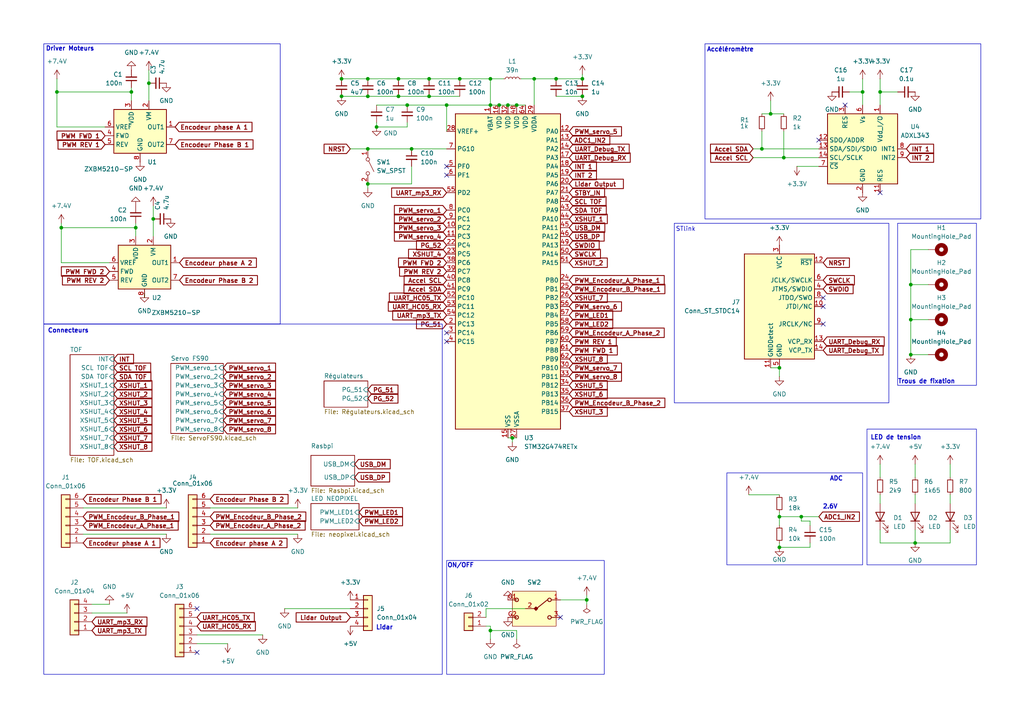
<source format=kicad_sch>
(kicad_sch (version 20250114) (generator "eeschema") (generator_version "9.0")
  (paper "A4")
  (rectangle (start 251.46 124.46) (end 283.21 163.83))
  (rectangle (start 12.7 93.98) (end 128.27 195.58))
  (rectangle (start 129.54 162.56) (end 175.26 195.58))
  (rectangle (start 195.58 64.77) (end 257.81 116.84))
  (rectangle (start 260.35 64.77) (end 283.21 111.76))
  (rectangle (start 210.82 137.16) (end 250.19 163.83))
  (rectangle (start 204.47 12.7) (end 284.48 63.5))
  (rectangle (start 12.7 12.7) (end 81.28 93.98))
  (text "Driver Moteurs" (at 20.32 14.224 0) (effects (font (size 1.27 1.27) (thickness 0.254) (bold yes))))
  (text "Connecteurs" (at 19.812 96.012 0) (effects (font (size 1.27 1.27) (thickness 0.254) (bold yes))))
  (text "Lidar" (at 111.506 182.118 0) (effects (font (size 1.27 1.27) (thickness 0.254) (bold yes))))
  (text "ADC" (at 242.57 138.938 0) (effects (font (size 1.27 1.27) (thickness 0.254) (bold yes))))
  (text "Trous de fixation" (at 268.732 110.744 0) (effects (font (size 1.27 1.27) (thickness 0.254) (bold yes))))
  (text "Accéléromètre\n" (at 211.836 14.478 0) (effects (font (size 1.27 1.27) (thickness 0.254) (bold yes))))
  (text "ON/OFF" (at 133.604 164.084 0) (effects (font (size 1.27 1.27) (thickness 0.254) (bold yes))))
  (text "STlink" (at 198.882 66.548 0) (effects (font (size 1.27 1.27))))
  (text "LED de tension" (at 259.842 127 0) (effects (font (size 1.27 1.27) (thickness 0.254) (bold yes))))
  (text "2.6V" (at 240.792 147.066 0) (effects (font (size 1.27 1.27) (thickness 0.254) (bold yes))))
  (junction (at 250.19 26.67))
  (junction (at 106.68 22.86))
  (junction (at 148.59 127))
  (junction (at 220.98 43.18))
  (junction (at 142.24 182.88))
  (junction (at 227.33 45.72))
  (junction (at 115.57 27.94))
  (junction (at 170.18 173.99))
  (junction (at 161.29 22.86))
  (junction (at 142.24 22.86))
  (junction (at 255.27 26.67))
  (junction (at 147.32 30.48))
  (junction (at 115.57 22.86))
  (junction (at 106.68 53.34))
  (junction (at 16.51 26.67))
  (junction (at 17.78 66.04))
  (junction (at 99.06 27.94))
  (junction (at 124.46 22.86))
  (junction (at 226.06 149.86))
  (junction (at 39.37 66.04))
  (junction (at 133.35 22.86))
  (junction (at 129.54 30.48))
  (junction (at 264.16 92.71))
  (junction (at 168.91 22.86))
  (junction (at 264.16 102.87))
  (junction (at 99.06 22.86))
  (junction (at 124.46 27.94))
  (junction (at 142.24 30.48))
  (junction (at 119.38 43.18))
  (junction (at 265.43 157.48))
  (junction (at 168.91 27.94))
  (junction (at 264.16 82.55))
  (junction (at 44.45 63.5))
  (junction (at 149.86 30.48))
  (junction (at 154.94 22.86))
  (junction (at 223.52 33.02))
  (junction (at 232.41 149.86))
  (junction (at 144.78 30.48))
  (junction (at 226.06 158.75))
  (junction (at 226.06 106.68))
  (junction (at 118.11 30.48))
  (junction (at 106.68 27.94))
  (junction (at 109.22 36.83))
  (junction (at 43.18 24.13))
  (junction (at 38.1 26.67))
  (junction (at 106.68 43.18))
  (no_connect (at 129.54 48.26))
  (no_connect (at 255.27 55.88))
  (no_connect (at 245.11 30.48))
  (no_connect (at 129.54 96.52))
  (no_connect (at 238.76 86.36))
  (no_connect (at 129.54 50.8))
  (no_connect (at 238.76 93.98))
  (no_connect (at 238.76 88.9))
  (no_connect (at 57.15 176.53))
  (no_connect (at 57.15 189.23))
  (no_connect (at 237.49 40.64))
  (no_connect (at 162.56 179.07))
  (no_connect (at 129.54 99.06))
  (wire (pts (xy 38.1 29.21) (xy 38.1 26.67)))
  (wire (pts (xy 109.22 30.48) (xy 118.11 30.48)))
  (wire (pts (xy 99.06 22.86) (xy 106.68 22.86)))
  (wire (pts (xy 60.96 147.32) (xy 86.36 147.32)))
  (wire (pts (xy 154.94 22.86) (xy 161.29 22.86)))
  (wire (pts (xy 264.16 82.55) (xy 269.24 82.55)))
  (wire (pts (xy 106.68 27.94) (xy 115.57 27.94)))
  (wire (pts (xy 223.52 33.02) (xy 220.98 33.02)))
  (wire (pts (xy 140.97 181.61) (xy 142.24 181.61)))
  (wire (pts (xy 43.18 20.32) (xy 43.18 24.13)))
  (wire (pts (xy 255.27 26.67) (xy 255.27 30.48)))
  (wire (pts (xy 275.59 157.48) (xy 265.43 157.48)))
  (wire (pts (xy 115.57 22.86) (xy 124.46 22.86)))
  (wire (pts (xy 16.51 26.67) (xy 16.51 36.83)))
  (wire (pts (xy 119.38 43.18) (xy 129.54 43.18)))
  (wire (pts (xy 99.06 27.94) (xy 106.68 27.94)))
  (wire (pts (xy 161.29 22.86) (xy 168.91 22.86)))
  (wire (pts (xy 38.1 26.67) (xy 38.1 25.4)))
  (wire (pts (xy 144.78 30.48) (xy 147.32 30.48)))
  (wire (pts (xy 140.97 179.07) (xy 140.97 176.53)))
  (wire (pts (xy 57.15 186.69) (xy 66.04 186.69)))
  (wire (pts (xy 162.56 173.99) (xy 170.18 173.99)))
  (wire (pts (xy 146.05 22.86) (xy 142.24 22.86)))
  (wire (pts (xy 148.59 127) (xy 149.86 127)))
  (wire (pts (xy 220.98 38.1) (xy 220.98 43.18)))
  (wire (pts (xy 220.98 43.18) (xy 237.49 43.18)))
  (wire (pts (xy 142.24 30.48) (xy 144.78 30.48)))
  (wire (pts (xy 17.78 66.04) (xy 17.78 76.2)))
  (wire (pts (xy 226.06 149.86) (xy 226.06 152.4)))
  (wire (pts (xy 154.94 22.86) (xy 154.94 30.48)))
  (wire (pts (xy 109.22 36.83) (xy 109.22 35.56)))
  (wire (pts (xy 124.46 22.86) (xy 133.35 22.86)))
  (wire (pts (xy 226.06 106.68) (xy 226.06 109.22)))
  (wire (pts (xy 140.97 176.53) (xy 152.4 176.53)))
  (wire (pts (xy 148.59 127) (xy 148.59 128.27)))
  (wire (pts (xy 231.14 48.26) (xy 237.49 48.26)))
  (wire (pts (xy 16.51 22.86) (xy 16.51 26.67)))
  (wire (pts (xy 223.52 106.68) (xy 226.06 106.68)))
  (wire (pts (xy 149.86 182.88) (xy 142.24 182.88)))
  (wire (pts (xy 275.59 143.51) (xy 275.59 146.05)))
  (wire (pts (xy 226.06 148.59) (xy 226.06 149.86)))
  (wire (pts (xy 124.46 27.94) (xy 133.35 27.94)))
  (wire (pts (xy 129.54 38.1) (xy 129.54 30.48)))
  (wire (pts (xy 223.52 29.21) (xy 223.52 33.02)))
  (wire (pts (xy 168.91 21.59) (xy 168.91 22.86)))
  (wire (pts (xy 60.96 154.94) (xy 86.36 154.94)))
  (wire (pts (xy 149.86 30.48) (xy 152.4 30.48)))
  (wire (pts (xy 133.35 22.86) (xy 142.24 22.86)))
  (wire (pts (xy 129.54 30.48) (xy 142.24 30.48)))
  (wire (pts (xy 82.55 176.53) (xy 101.6 176.53)))
  (wire (pts (xy 170.18 173.99) (xy 170.18 172.72)))
  (wire (pts (xy 255.27 157.48) (xy 265.43 157.48)))
  (wire (pts (xy 26.67 177.8) (xy 36.83 177.8)))
  (wire (pts (xy 250.19 22.86) (xy 250.19 26.67)))
  (wire (pts (xy 264.16 92.71) (xy 264.16 102.87)))
  (wire (pts (xy 246.38 26.67) (xy 250.19 26.67)))
  (wire (pts (xy 24.13 154.94) (xy 48.26 154.94)))
  (wire (pts (xy 147.32 30.48) (xy 149.86 30.48)))
  (wire (pts (xy 39.37 66.04) (xy 39.37 64.77)))
  (wire (pts (xy 119.38 53.34) (xy 106.68 53.34)))
  (wire (pts (xy 106.68 22.86) (xy 115.57 22.86)))
  (wire (pts (xy 250.19 26.67) (xy 250.19 30.48)))
  (wire (pts (xy 264.16 102.87) (xy 269.24 102.87)))
  (wire (pts (xy 161.29 27.94) (xy 168.91 27.94)))
  (wire (pts (xy 142.24 22.86) (xy 142.24 30.48)))
  (wire (pts (xy 17.78 76.2) (xy 31.75 76.2)))
  (wire (pts (xy 255.27 22.86) (xy 255.27 26.67)))
  (wire (pts (xy 106.68 43.18) (xy 119.38 43.18)))
  (wire (pts (xy 17.78 64.77) (xy 17.78 66.04)))
  (wire (pts (xy 151.13 22.86) (xy 154.94 22.86)))
  (wire (pts (xy 44.45 63.5) (xy 44.45 68.58)))
  (wire (pts (xy 234.95 157.48) (xy 234.95 158.75)))
  (wire (pts (xy 57.15 184.15) (xy 76.2 184.15)))
  (wire (pts (xy 226.06 158.75) (xy 226.06 157.48)))
  (wire (pts (xy 43.18 24.13) (xy 43.18 29.21)))
  (wire (pts (xy 234.95 158.75) (xy 226.06 158.75)))
  (wire (pts (xy 234.95 152.4) (xy 234.95 151.13)))
  (wire (pts (xy 44.45 59.69) (xy 44.45 63.5)))
  (wire (pts (xy 218.44 45.72) (xy 227.33 45.72)))
  (wire (pts (xy 232.41 149.86) (xy 226.06 149.86)))
  (wire (pts (xy 149.86 185.42) (xy 149.86 182.88)))
  (wire (pts (xy 170.18 173.99) (xy 170.18 175.26)))
  (wire (pts (xy 255.27 143.51) (xy 255.27 146.05)))
  (wire (pts (xy 39.37 68.58) (xy 39.37 66.04)))
  (wire (pts (xy 237.49 149.86) (xy 232.41 149.86)))
  (wire (pts (xy 24.13 147.32) (xy 48.26 147.32)))
  (wire (pts (xy 264.16 72.39) (xy 264.16 82.55)))
  (wire (pts (xy 264.16 82.55) (xy 264.16 92.71)))
  (wire (pts (xy 227.33 45.72) (xy 237.49 45.72)))
  (wire (pts (xy 17.78 66.04) (xy 39.37 66.04)))
  (wire (pts (xy 218.44 43.18) (xy 220.98 43.18)))
  (wire (pts (xy 118.11 36.83) (xy 109.22 36.83)))
  (wire (pts (xy 16.51 36.83) (xy 30.48 36.83)))
  (wire (pts (xy 217.17 143.51) (xy 226.06 143.51)))
  (wire (pts (xy 265.43 134.62) (xy 265.43 138.43)))
  (wire (pts (xy 119.38 48.26) (xy 119.38 53.34)))
  (wire (pts (xy 255.27 134.62) (xy 255.27 138.43)))
  (wire (pts (xy 255.27 153.67) (xy 255.27 157.48)))
  (wire (pts (xy 101.6 43.18) (xy 106.68 43.18)))
  (wire (pts (xy 275.59 153.67) (xy 275.59 157.48)))
  (wire (pts (xy 106.68 54.61) (xy 106.68 53.34)))
  (wire (pts (xy 147.32 127) (xy 148.59 127)))
  (wire (pts (xy 264.16 72.39) (xy 269.24 72.39)))
  (wire (pts (xy 26.67 175.26) (xy 31.75 175.26)))
  (wire (pts (xy 142.24 182.88) (xy 142.24 185.42)))
  (wire (pts (xy 115.57 27.94) (xy 124.46 27.94)))
  (wire (pts (xy 232.41 151.13) (xy 232.41 149.86)))
  (wire (pts (xy 223.52 33.02) (xy 227.33 33.02)))
  (wire (pts (xy 16.51 26.67) (xy 38.1 26.67)))
  (wire (pts (xy 265.43 153.67) (xy 265.43 157.48)))
  (wire (pts (xy 142.24 181.61) (xy 142.24 182.88)))
  (wire (pts (xy 275.59 134.62) (xy 275.59 138.43)))
  (wire (pts (xy 265.43 143.51) (xy 265.43 146.05)))
  (wire (pts (xy 255.27 26.67) (xy 260.35 26.67)))
  (wire (pts (xy 264.16 92.71) (xy 269.24 92.71)))
  (wire (pts (xy 118.11 35.56) (xy 118.11 36.83)))
  (wire (pts (xy 118.11 30.48) (xy 129.54 30.48)))
  (wire (pts (xy 41.91 86.36) (xy 41.91 85.09)))
  (wire (pts (xy 234.95 151.13) (xy 232.41 151.13)))
  (wire (pts (xy 227.33 38.1) (xy 227.33 45.72)))
  (global_label "UART_mp3_RX" (shape input) (at 26.67 180.34 0) (effects (font (thickness 0.254) (bold yes))) (property "Intersheetrefs" "${INTERSHEET_REFS}" (effects (hide yes))))
  (global_label "Encodeur Phase B 2" (shape input) (at 52.07 81.28 0) (effects (font (thickness 0.254) (bold yes))) (property "Intersheetrefs" "${INTERSHEET_REFS}" (effects (hide yes))))
  (global_label "PWM_servo_8" (shape input) (at 64.77 124.46 0) (effects (font (thickness 0.254) (bold yes))) (property "Intersheetrefs" "${INTERSHEET_REFS}" (effects (hide yes))))
  (global_label "Encodeur phase A 1" (shape input) (at 50.8 36.83 0) (effects (font (thickness 0.254) (bold yes))) (property "Intersheetrefs" "${INTERSHEET_REFS}" (effects (hide yes))))
  (global_label "SDA TOF" (shape input) (at 33.02 109.22 0) (effects (font (thickness 0.254) (bold yes))) (property "Intersheetrefs" "${INTERSHEET_REFS}" (effects (hide yes))))
  (global_label "STBY_IN" (shape input) (at 165.1 55.88 0) (effects (font (thickness 0.254) (bold yes))) (property "Intersheetrefs" "${INTERSHEET_REFS}" (effects (hide yes))))
  (global_label "UART_HC05_TX" (shape input) (at 57.15 179.07 0) (effects (font (thickness 0.254) (bold yes))) (property "Intersheetrefs" "${INTERSHEET_REFS}" (effects (hide yes))))
  (global_label "Accel SCL" (shape input) (at 129.54 81.28 180) (effects (font (thickness 0.254) (bold yes))) (property "Intersheetrefs" "${INTERSHEET_REFS}" (effects (hide yes))))
  (global_label "INT 2" (shape input) (at 165.1 50.8 0) (effects (font (thickness 0.254) (bold yes))) (property "Intersheetrefs" "${INTERSHEET_REFS}" (effects (hide yes))))
  (global_label "INT" (shape input) (at 33.02 104.14 0) (effects (font (thickness 0.254) (bold yes))) (property "Intersheetrefs" "${INTERSHEET_REFS}" (effects (hide yes))))
  (global_label "USB_DM" (shape input) (at 165.1 66.04 0) (effects (font (thickness 0.254) (bold yes))) (property "Intersheetrefs" "${INTERSHEET_REFS}" (effects (hide yes))))
  (global_label "PWM FWD 2" (shape input) (at 129.54 76.2 180) (effects (font (thickness 0.254) (bold yes))) (property "Intersheetrefs" "${INTERSHEET_REFS}" (effects (hide yes))))
  (global_label "PWM_servo_6" (shape input) (at 165.1 88.9 0) (effects (font (thickness 0.254) (bold yes))) (property "Intersheetrefs" "${INTERSHEET_REFS}" (effects (hide yes))))
  (global_label "INT 2" (shape input) (at 262.89 45.72 0) (effects (font (thickness 0.254) (bold yes))) (property "Intersheetrefs" "${INTERSHEET_REFS}" (effects (hide yes))))
  (global_label "Accel SCL" (shape input) (at 218.44 45.72 180) (effects (font (thickness 0.254) (bold yes))) (property "Intersheetrefs" "${INTERSHEET_REFS}" (effects (hide yes))))
  (global_label "ADC1_IN2" (shape input) (at 237.49 149.86 0) (effects (font (thickness 0.254) (bold yes))) (property "Intersheetrefs" "${INTERSHEET_REFS}" (effects (hide yes))))
  (global_label "ADC1_IN2" (shape input) (at 165.1 40.64 0) (effects (font (thickness 0.254) (bold yes))) (property "Intersheetrefs" "${INTERSHEET_REFS}" (effects (hide yes))))
  (global_label "SWDIO" (shape input) (at 165.1 71.12 0) (effects (font (thickness 0.254) (bold yes))) (property "Intersheetrefs" "${INTERSHEET_REFS}" (effects (hide yes))))
  (global_label "UART_Debug_RX" (shape input) (at 165.1 45.72 0) (effects (font (thickness 0.254) (bold yes))) (property "Intersheetrefs" "${INTERSHEET_REFS}" (effects (hide yes))))
  (global_label "PG_52" (shape input) (at 129.54 71.12 180) (effects (font (thickness 0.254) (bold yes))) (property "Intersheetrefs" "${INTERSHEET_REFS}" (effects (hide yes))))
  (global_label "UART_Debug_RX" (shape input) (at 238.76 99.06 0) (effects (font (thickness 0.254) (bold yes))) (property "Intersheetrefs" "${INTERSHEET_REFS}" (effects (hide yes))))
  (global_label "PWM FWD 2" (shape input) (at 31.75 78.74 180) (effects (font (thickness 0.254) (bold yes))) (property "Intersheetrefs" "${INTERSHEET_REFS}" (effects (hide yes))))
  (global_label "Encodeur phase A 2" (shape input) (at 60.96 157.48 0) (effects (font (thickness 0.254) (bold yes))) (property "Intersheetrefs" "${INTERSHEET_REFS}" (effects (hide yes))))
  (global_label "PWM_Encodeur_B_Phase_2" (shape input) (at 165.1 116.84 0) (effects (font (thickness 0.254) (bold yes))) (property "Intersheetrefs" "${INTERSHEET_REFS}" (effects (hide yes))))
  (global_label "PWM FWD 1" (shape input) (at 30.48 39.37 180) (effects (font (thickness 0.254) (bold yes))) (property "Intersheetrefs" "${INTERSHEET_REFS}" (effects (hide yes))))
  (global_label "USB_DP" (shape input) (at 102.87 138.43 0) (effects (font (thickness 0.254) (bold yes))) (property "Intersheetrefs" "${INTERSHEET_REFS}" (effects (hide yes))))
  (global_label "PG_51" (shape input) (at 106.68 113.03 0) (effects (font (thickness 0.254) (bold yes))) (property "Intersheetrefs" "${INTERSHEET_REFS}" (effects (hide yes))))
  (global_label "PWM_LED1" (shape input) (at 165.1 91.44 0) (effects (font (thickness 0.254) (bold yes))) (property "Intersheetrefs" "${INTERSHEET_REFS}" (effects (hide yes))))
  (global_label "INT 1" (shape input) (at 165.1 48.26 0) (effects (font (thickness 0.254) (bold yes))) (property "Intersheetrefs" "${INTERSHEET_REFS}" (effects (hide yes))))
  (global_label "XSHUT_3" (shape input) (at 165.1 119.38 0) (effects (font (thickness 0.254) (bold yes))) (property "Intersheetrefs" "${INTERSHEET_REFS}" (effects (hide yes))))
  (global_label "Accel SDA" (shape input) (at 218.44 43.18 180) (effects (font (thickness 0.254) (bold yes))) (property "Intersheetrefs" "${INTERSHEET_REFS}" (effects (hide yes))))
  (global_label "PWM_Encodeur_B_Phase_1" (shape input) (at 165.1 83.82 0) (effects (font (thickness 0.254) (bold yes))) (property "Intersheetrefs" "${INTERSHEET_REFS}" (effects (hide yes))))
  (global_label "PWM_servo_7" (shape input) (at 64.77 121.92 0) (effects (font (thickness 0.254) (bold yes))) (property "Intersheetrefs" "${INTERSHEET_REFS}" (effects (hide yes))))
  (global_label "Encodeur Phase B 1" (shape input) (at 24.13 144.78 0) (effects (font (thickness 0.254) (bold yes))) (property "Intersheetrefs" "${INTERSHEET_REFS}" (effects (hide yes))))
  (global_label "PWM_servo_7" (shape input) (at 165.1 106.68 0) (effects (font (thickness 0.254) (bold yes))) (property "Intersheetrefs" "${INTERSHEET_REFS}" (effects (hide yes))))
  (global_label "PWM_Encodeur_A_Phase_1" (shape input) (at 24.13 152.4 0) (effects (font (thickness 0.254) (bold yes))) (property "Intersheetrefs" "${INTERSHEET_REFS}" (effects (hide yes))))
  (global_label "Encodeur Phase B 1" (shape input) (at 50.8 41.91 0) (effects (font (thickness 0.254) (bold yes))) (property "Intersheetrefs" "${INTERSHEET_REFS}" (effects (hide yes))))
  (global_label "PWM_Encodeur_A_Phase_1" (shape input) (at 165.1 81.28 0) (effects (font (thickness 0.254) (bold yes))) (property "Intersheetrefs" "${INTERSHEET_REFS}" (effects (hide yes))))
  (global_label "Accel SDA" (shape input) (at 129.54 83.82 180) (effects (font (thickness 0.254) (bold yes))) (property "Intersheetrefs" "${INTERSHEET_REFS}" (effects (hide yes))))
  (global_label "PWM_servo_1" (shape input) (at 129.54 60.96 180) (effects (font (thickness 0.254) (bold yes))) (property "Intersheetrefs" "${INTERSHEET_REFS}" (effects (hide yes))))
  (global_label "PWM REV 1" (shape input) (at 30.48 41.91 180) (effects (font (thickness 0.254) (bold yes))) (property "Intersheetrefs" "${INTERSHEET_REFS}" (effects (hide yes))))
  (global_label "USB_DP" (shape input) (at 165.1 68.58 0) (effects (font (thickness 0.254) (bold yes))) (property "Intersheetrefs" "${INTERSHEET_REFS}" (effects (hide yes))))
  (global_label "Encodeur phase A 1" (shape input) (at 24.13 157.48 0) (effects (font (thickness 0.254) (bold yes))) (property "Intersheetrefs" "${INTERSHEET_REFS}" (effects (hide yes))))
  (global_label "PWM_servo_2" (shape input) (at 129.54 63.5 180) (effects (font (thickness 0.254) (bold yes))) (property "Intersheetrefs" "${INTERSHEET_REFS}" (effects (hide yes))))
  (global_label "XSHUT_6" (shape input) (at 33.02 124.46 0) (effects (font (thickness 0.254) (bold yes))) (property "Intersheetrefs" "${INTERSHEET_REFS}" (effects (hide yes))))
  (global_label "PWM_servo_4" (shape input) (at 129.54 68.58 180) (effects (font (thickness 0.254) (bold yes))) (property "Intersheetrefs" "${INTERSHEET_REFS}" (effects (hide yes))))
  (global_label "PWM FWD 1" (shape input) (at 165.1 101.6 0) (effects (font (thickness 0.254) (bold yes))) (property "Intersheetrefs" "${INTERSHEET_REFS}" (effects (hide yes))))
  (global_label "Encodeur phase A 2" (shape input) (at 52.07 76.2 0) (effects (font (thickness 0.254) (bold yes))) (property "Intersheetrefs" "${INTERSHEET_REFS}" (effects (hide yes))))
  (global_label "PWM REV 2" (shape input) (at 31.75 81.28 180) (effects (font (thickness 0.254) (bold yes))) (property "Intersheetrefs" "${INTERSHEET_REFS}" (effects (hide yes))))
  (global_label "UART_mp3_TX" (shape input) (at 129.54 91.44 180) (effects (font (thickness 0.254) (bold yes))) (property "Intersheetrefs" "${INTERSHEET_REFS}" (effects (hide yes))))
  (global_label "UART_HC05_RX" (shape input) (at 129.54 88.9 180) (effects (font (thickness 0.254) (bold yes))) (property "Intersheetrefs" "${INTERSHEET_REFS}" (effects (hide yes))))
  (global_label "UART_Debug_TX" (shape input) (at 165.1 43.18 0) (effects (font (thickness 0.254) (bold yes))) (property "Intersheetrefs" "${INTERSHEET_REFS}" (effects (hide yes))))
  (global_label "UART_HC05_TX" (shape input) (at 129.54 86.36 180) (effects (font (thickness 0.254) (bold yes))) (property "Intersheetrefs" "${INTERSHEET_REFS}" (effects (hide yes))))
  (global_label "UART_mp3_TX" (shape input) (at 26.67 182.88 0) (effects (font (thickness 0.254) (bold yes))) (property "Intersheetrefs" "${INTERSHEET_REFS}" (effects (hide yes))))
  (global_label "PWM REV 1" (shape input) (at 165.1 99.06 0) (effects (font (thickness 0.254) (bold yes))) (property "Intersheetrefs" "${INTERSHEET_REFS}" (effects (hide yes))))
  (global_label "PWM_LED2" (shape input) (at 104.14 151.13 0) (effects (font (thickness 0.254) (bold yes))) (property "Intersheetrefs" "${INTERSHEET_REFS}" (effects (hide yes))))
  (global_label "XSHUT_1" (shape input) (at 165.1 63.5 0) (effects (font (thickness 0.254) (bold yes))) (property "Intersheetrefs" "${INTERSHEET_REFS}" (effects (hide yes))))
  (global_label "XSHUT_3" (shape input) (at 33.02 116.84 0) (effects (font (thickness 0.254) (bold yes))) (property "Intersheetrefs" "${INTERSHEET_REFS}" (effects (hide yes))))
  (global_label "SCL TOF" (shape input) (at 33.02 106.68 0) (effects (font (thickness 0.254) (bold yes))) (property "Intersheetrefs" "${INTERSHEET_REFS}" (effects (hide yes))))
  (global_label "XSHUT_5" (shape input) (at 33.02 121.92 0) (effects (font (thickness 0.254) (bold yes))) (property "Intersheetrefs" "${INTERSHEET_REFS}" (effects (hide yes))))
  (global_label "PWM_servo_3" (shape input) (at 129.54 66.04 180) (effects (font (thickness 0.254) (bold yes))) (property "Intersheetrefs" "${INTERSHEET_REFS}" (effects (hide yes))))
  (global_label "USB_DM" (shape input) (at 102.87 134.62 0) (effects (font (thickness 0.254) (bold yes))) (property "Intersheetrefs" "${INTERSHEET_REFS}" (effects (hide yes))))
  (global_label "Encodeur Phase B 2" (shape input) (at 60.96 144.78 0) (effects (font (thickness 0.254) (bold yes))) (property "Intersheetrefs" "${INTERSHEET_REFS}" (effects (hide yes))))
  (global_label "PWM_LED1" (shape input) (at 104.14 148.59 0) (effects (font (thickness 0.254) (bold yes))) (property "Intersheetrefs" "${INTERSHEET_REFS}" (effects (hide yes))))
  (global_label "XSHUT_6" (shape input) (at 165.1 114.3 0) (effects (font (thickness 0.254) (bold yes))) (property "Intersheetrefs" "${INTERSHEET_REFS}" (effects (hide yes))))
  (global_label "PWM_servo_1" (shape input) (at 64.77 106.68 0) (effects (font (thickness 0.254) (bold yes))) (property "Intersheetrefs" "${INTERSHEET_REFS}" (effects (hide yes))))
  (global_label "PWM_servo_2" (shape input) (at 64.77 109.22 0) (effects (font (thickness 0.254) (bold yes))) (property "Intersheetrefs" "${INTERSHEET_REFS}" (effects (hide yes))))
  (global_label "PWM REV 2" (shape input) (at 129.54 78.74 180) (effects (font (thickness 0.254) (bold yes))) (property "Intersheetrefs" "${INTERSHEET_REFS}" (effects (hide yes))))
  (global_label "PWM_Encodeur_B_Phase_1" (shape input) (at 24.13 149.86 0) (effects (font (thickness 0.254) (bold yes))) (property "Intersheetrefs" "${INTERSHEET_REFS}" (effects (hide yes))))
  (global_label "PWM_LED2" (shape input) (at 165.1 93.98 0) (effects (font (thickness 0.254) (bold yes))) (property "Intersheetrefs" "${INTERSHEET_REFS}" (effects (hide yes))))
  (global_label "XSHUT_4" (shape input) (at 33.02 119.38 0) (effects (font (thickness 0.254) (bold yes))) (property "Intersheetrefs" "${INTERSHEET_REFS}" (effects (hide yes))))
  (global_label "PWM_servo_5" (shape input) (at 64.77 116.84 0) (effects (font (thickness 0.254) (bold yes))) (property "Intersheetrefs" "${INTERSHEET_REFS}" (effects (hide yes))))
  (global_label "SWDIO" (shape input) (at 238.76 83.82 0) (effects (font (thickness 0.254) (bold yes))) (property "Intersheetrefs" "${INTERSHEET_REFS}" (effects (hide yes))))
  (global_label "INT 1" (shape input) (at 262.89 43.18 0) (effects (font (thickness 0.254) (bold yes))) (property "Intersheetrefs" "${INTERSHEET_REFS}" (effects (hide yes))))
  (global_label "XSHUT_4" (shape input) (at 129.54 73.66 180) (effects (font (thickness 0.254) (bold yes))) (property "Intersheetrefs" "${INTERSHEET_REFS}" (effects (hide yes))))
  (global_label "XSHUT_7" (shape input) (at 33.02 127 0) (effects (font (thickness 0.254) (bold yes))) (property "Intersheetrefs" "${INTERSHEET_REFS}" (effects (hide yes))))
  (global_label "XSHUT_2" (shape input) (at 165.1 76.2 0) (effects (font (thickness 0.254) (bold yes))) (property "Intersheetrefs" "${INTERSHEET_REFS}" (effects (hide yes))))
  (global_label "SDA TOF" (shape input) (at 165.1 60.96 0) (effects (font (thickness 0.254) (bold yes))) (property "Intersheetrefs" "${INTERSHEET_REFS}" (effects (hide yes))))
  (global_label "Lidar Output " (shape input) (at 165.1 53.34 0) (effects (font (thickness 0.254) (bold yes))) (property "Intersheetrefs" "${INTERSHEET_REFS}" (effects (hide yes))))
  (global_label "UART_mp3_RX" (shape input) (at 129.54 55.88 180) (effects (font (thickness 0.254) (bold yes))) (property "Intersheetrefs" "${INTERSHEET_REFS}" (effects (hide yes))))
  (global_label "PWM_Encodeur_B_Phase_2" (shape input) (at 60.96 149.86 0) (effects (font (thickness 0.254) (bold yes))) (property "Intersheetrefs" "${INTERSHEET_REFS}" (effects (hide yes))))
  (global_label "SCL TOF" (shape input) (at 165.1 58.42 0) (effects (font (thickness 0.254) (bold yes))) (property "Intersheetrefs" "${INTERSHEET_REFS}" (effects (hide yes))))
  (global_label "PWM_Encodeur_A_Phase_2" (shape input) (at 60.96 152.4 0) (effects (font (thickness 0.254) (bold yes))) (property "Intersheetrefs" "${INTERSHEET_REFS}" (effects (hide yes))))
  (global_label "PWM_Encodeur_A_Phase_2" (shape input) (at 165.1 96.52 0) (effects (font (thickness 0.254) (bold yes))) (property "Intersheetrefs" "${INTERSHEET_REFS}" (effects (hide yes))))
  (global_label "Lidar Output " (shape input) (at 101.6 179.07 180) (effects (font (thickness 0.254) (bold yes))) (property "Intersheetrefs" "${INTERSHEET_REFS}" (effects (hide yes))))
  (global_label "XSHUT_7" (shape input) (at 165.1 86.36 0) (effects (font (thickness 0.254) (bold yes))) (property "Intersheetrefs" "${INTERSHEET_REFS}" (effects (hide yes))))
  (global_label "UART_HC05_RX" (shape input) (at 57.15 181.61 0) (effects (font (thickness 0.254) (bold yes))) (property "Intersheetrefs" "${INTERSHEET_REFS}" (effects (hide yes))))
  (global_label "XSHUT_5" (shape input) (at 165.1 111.76 0) (effects (font (thickness 0.254) (bold yes))) (property "Intersheetrefs" "${INTERSHEET_REFS}" (effects (hide yes))))
  (global_label "XSHUT_8" (shape input) (at 165.1 104.14 0) (effects (font (thickness 0.254) (bold yes))) (property "Intersheetrefs" "${INTERSHEET_REFS}" (effects (hide yes))))
  (global_label "SWCLK" (shape input) (at 165.1 73.66 0) (effects (font (thickness 0.254) (bold yes))) (property "Intersheetrefs" "${INTERSHEET_REFS}" (effects (hide yes))))
  (global_label "PWM_servo_6" (shape input) (at 64.77 119.38 0) (effects (font (thickness 0.254) (bold yes))) (property "Intersheetrefs" "${INTERSHEET_REFS}" (effects (hide yes))))
  (global_label "PWM_servo_5" (shape input) (at 165.1 38.1 0) (effects (font (thickness 0.254) (bold yes))) (property "Intersheetrefs" "${INTERSHEET_REFS}" (effects (hide yes))))
  (global_label "SWCLK" (shape input) (at 238.76 81.28 0) (effects (font (thickness 0.254) (bold yes))) (property "Intersheetrefs" "${INTERSHEET_REFS}" (effects (hide yes))))
  (global_label "PWM_servo_4" (shape input) (at 64.77 114.3 0) (effects (font (thickness 0.254) (bold yes))) (property "Intersheetrefs" "${INTERSHEET_REFS}" (effects (hide yes))))
  (global_label "XSHUT_2" (shape input) (at 33.02 114.3 0) (effects (font (thickness 0.254) (bold yes))) (property "Intersheetrefs" "${INTERSHEET_REFS}" (effects (hide yes))))
  (global_label "NRST" (shape input) (at 238.76 76.2 0) (effects (font (thickness 0.254) (bold yes))) (property "Intersheetrefs" "${INTERSHEET_REFS}" (effects (hide yes))))
  (global_label "XSHUT_1" (shape input) (at 33.02 111.76 0) (effects (font (thickness 0.254) (bold yes))) (property "Intersheetrefs" "${INTERSHEET_REFS}" (effects (hide yes))))
  (global_label "XSHUT_8" (shape input) (at 33.02 129.54 0) (effects (font (thickness 0.254) (bold yes))) (property "Intersheetrefs" "${INTERSHEET_REFS}" (effects (hide yes))))
  (global_label "NRST" (shape input) (at 101.6 43.18 180) (effects (font (thickness 0.254) (bold yes))) (property "Intersheetrefs" "${INTERSHEET_REFS}" (effects (hide yes))))
  (global_label "PWM_servo_3" (shape input) (at 64.77 111.76 0) (effects (font (thickness 0.254) (bold yes))) (property "Intersheetrefs" "${INTERSHEET_REFS}" (effects (hide yes))))
  (global_label "PG_52" (shape input) (at 106.68 115.57 0) (effects (font (thickness 0.254) (bold yes))) (property "Intersheetrefs" "${INTERSHEET_REFS}" (effects (hide yes))))
  (global_label "UART_Debug_TX" (shape input) (at 238.76 101.6 0) (effects (font (thickness 0.254) (bold yes))) (property "Intersheetrefs" "${INTERSHEET_REFS}" (effects (hide yes))))
  (global_label "PG_51" (shape input) (at 129.54 93.98 180) (effects (font (thickness 0.254) (bold yes))) (property "Intersheetrefs" "${INTERSHEET_REFS}" (effects (hide yes))))
  (global_label "PWM_servo_8" (shape input) (at 165.1 109.22 0) (effects (font (thickness 0.254) (bold yes))) (property "Intersheetrefs" "${INTERSHEET_REFS}" (effects (hide yes))))
  (symbol (lib_id "Mechanical:MountingHole_Pad") (at 271.78 82.55 270) (mirror x) (unit 1)
    (property "Reference" "H2" (at 273.05 76.2 90))
    (property "Value" "MountingHole_Pad" (at 273.05 78.74 90))
    (property "Footprint" "MountingHole:MountingHole_3.2mm_M3_Pad_Via" (effects (hide yes)))
    (property "Description" "Mounting Hole with connection" (effects (hide yes)))
  )
  (symbol (lib_id "Device:C_Small") (at 46.99 63.5 270) (unit 1)
    (property "Reference" "C4" (at 45.7135 60.96 0) (effects (justify right)))
    (property "Value" "4.7u" (at 48.2535 60.96 0) (effects (justify right)))
    (property "Footprint" "Capacitor_SMD:C_0603_1608Metric" (effects (hide yes)))
    (property "Description" "Unpolarized capacitor, small symbol" (effects (hide yes)))
  )
  (symbol (lib_id "Device:L_Small") (at 148.59 22.86 90) (unit 1)
    (property "Reference" "L1" (at 148.59 17.78 90))
    (property "Value" "39n" (at 148.59 20.32 90))
    (property "Footprint" "Inductor_SMD:L_0603_1608Metric" (effects (hide yes)))
    (property "Description" "Inductor, small symbol" (effects (hide yes)))
  )
  (symbol (lib_id "Device:C_Small") (at 115.57 25.4 0) (unit 1)
    (property "Reference" "C8" (at 118.11 24.1362 0) (effects (justify left)))
    (property "Value" "100n" (at 118.11 26.6762 0) (effects (justify left)))
    (property "Footprint" "Capacitor_SMD:C_0402_1005Metric" (effects (hide yes)))
    (property "Description" "Unpolarized capacitor, small symbol" (effects (hide yes)))
  )
  (symbol (lib_id "Device:C_Small") (at 118.11 33.02 0) (unit 1)
    (property "Reference" "C9" (at 120.65 31.7562 0) (effects (justify left)))
    (property "Value" "100n" (at 120.65 34.2962 0) (effects (justify left)))
    (property "Footprint" "Capacitor_SMD:C_0402_1005Metric" (effects (hide yes)))
    (property "Description" "Unpolarized capacitor, small symbol" (effects (hide yes)))
  )
  (symbol (lib_id "power:GND") (at 106.68 54.61 0) (unit 1)
    (property "Reference" "#PWR024" (effects (hide yes)))
    (property "Value" "GND" (at 106.68 59.69 0))
    (property "Description" "Power symbol creates a global label with name \"GND\" , ground" (effects (hide yes)))
  )
  (symbol (lib_id "Device:R_Small") (at 226.06 154.94 0) (unit 1)
    (property "Reference" "R4" (at 228.6 153.6699 0) (effects (justify left)))
    (property "Value" "10k" (at 228.6 156.2099 0) (effects (justify left)))
    (property "Footprint" "Resistor_SMD:R_0402_1005Metric" (effects (hide yes)))
    (property "Description" "Resistor, small symbol" (effects (hide yes)))
  )
  (symbol (lib_id "power:+5V") (at 255.27 134.62 0) (unit 1)
    (property "Reference" "#PWR042" (effects (hide yes)))
    (property "Value" "+7.4V" (at 255.27 129.54 0))
    (property "Description" "Power symbol creates a global label with name \"+5V\"" (effects (hide yes)))
  )
  (symbol (lib_id "Device:C_Small") (at 109.22 33.02 0) (unit 1)
    (property "Reference" "C7" (at 111.76 31.7562 0) (effects (justify left)))
    (property "Value" "1u" (at 111.76 34.2962 0) (effects (justify left)))
    (property "Footprint" "Capacitor_SMD:C_0603_1608Metric" (effects (hide yes)))
    (property "Description" "Unpolarized capacitor, small symbol" (effects (hide yes)))
  )
  (symbol (lib_id "power:GND") (at 82.55 176.53 0) (unit 1)
    (property "Reference" "#PWR017" (effects (hide yes)))
    (property "Value" "GND" (at 82.55 181.61 0))
    (property "Description" "Power symbol creates a global label with name \"GND\" , ground" (effects (hide yes)))
  )
  (symbol (lib_id "Device:C_Small") (at 99.06 25.4 0) (unit 1)
    (property "Reference" "C5" (at 101.6 24.1362 0) (effects (justify left)))
    (property "Value" "4u7" (at 101.6 26.6762 0) (effects (justify left)))
    (property "Footprint" "Capacitor_SMD:C_0603_1608Metric" (effects (hide yes)))
    (property "Description" "Unpolarized capacitor, small symbol" (effects (hide yes)))
  )
  (symbol (lib_id "Device:C_Small") (at 45.72 24.13 270) (unit 1)
    (property "Reference" "C3" (at 44.4435 21.59 0) (effects (justify right)))
    (property "Value" "4.7u" (at 46.9835 21.59 0) (effects (justify right)))
    (property "Footprint" "Capacitor_SMD:C_0603_1608Metric" (effects (hide yes)))
    (property "Description" "Unpolarized capacitor, small symbol" (effects (hide yes)))
  )
  (symbol (lib_id "Device:R_Small") (at 227.33 35.56 0) (unit 1)
    (property "Reference" "R2" (at 229.87 34.2899 0) (effects (justify left)))
    (property "Value" "1k" (at 229.87 36.8299 0) (effects (justify left)))
    (property "Footprint" "Resistor_SMD:R_0402_1005Metric" (effects (hide yes)))
    (property "Description" "Resistor, small symbol" (effects (hide yes)))
  )
  (symbol (lib_id "MCU_ST_STM32G4:STM32G474RETx") (at 147.32 78.74 0) (unit 1)
    (property "Reference" "U3" (at 152.0033 127 0) (effects (justify left)))
    (property "Value" "STM32G474RETx" (at 152.0033 129.54 0) (effects (justify left)))
    (property "Footprint" "Package_QFP:LQFP-64_10x10mm_P0.5mm" (effects (hide yes)))
    (property "Datasheet" "https://www.st.com/resource/en/datasheet/stm32g474re.pdf" (effects (hide yes)))
    (property "Description" "STMicroelectronics Arm Cortex-M4 MCU, 512KB flash, 128KB RAM, 170 MHz, 1.71-3.6V, 52 GPIO, LQFP64" (effects (hide yes)))
  )
  (symbol (lib_id "power:+7.5V") (at 43.18 20.32 0) (unit 1)
    (property "Reference" "#PWR09" (effects (hide yes)))
    (property "Value" "+7.4V" (at 43.18 15.24 0))
    (property "Description" "Power symbol creates a global label with name \"+7.5V\"" (effects (hide yes)))
  )
  (symbol (lib_id "power:GND") (at 147.32 179.07 0) (unit 1)
    (property "Reference" "#PWR028" (effects (hide yes)))
    (property "Value" "GND" (at 147.32 184.15 0))
    (property "Description" "Power symbol creates a global label with name \"GND\" , ground" (effects (hide yes)))
  )
  (symbol (lib_id "Device:R_Small") (at 226.06 146.05 0) (unit 1)
    (property "Reference" "R3" (at 228.6 144.7799 0) (effects (justify left)))
    (property "Value" "18k" (at 228.6 147.3199 0) (effects (justify left)))
    (property "Footprint" "Resistor_SMD:R_0402_1005Metric" (effects (hide yes)))
    (property "Description" "Resistor, small symbol" (effects (hide yes)))
  )
  (symbol (lib_id "power:GND") (at 86.36 154.94 0) (unit 1)
    (property "Reference" "#PWR019" (effects (hide yes)))
    (property "Value" "GND" (at 86.36 160.02 0))
    (property "Description" "Power symbol creates a global label with name \"GND\" , ground" (effects (hide yes)))
  )
  (symbol (lib_id "power:+7.5V") (at 17.78 64.77 0) (unit 1)
    (property "Reference" "#PWR02" (effects (hide yes)))
    (property "Value" "+7.4V" (at 17.78 59.69 0))
    (property "Description" "Power symbol creates a global label with name \"+7.5V\"" (effects (hide yes)))
  )
  (symbol (lib_id "power:+7.5V") (at 44.45 59.69 0) (unit 1)
    (property "Reference" "#PWR010" (effects (hide yes)))
    (property "Value" "+7.4V" (at 44.45 54.61 0))
    (property "Description" "Power symbol creates a global label with name \"+7.5V\"" (effects (hide yes)))
  )
  (symbol (lib_id "power:GND") (at 226.06 158.75 0) (unit 1)
    (property "Reference" "#PWR037" (effects (hide yes)))
    (property "Value" "GND" (at 226.06 162.306 0))
    (property "Description" "Power symbol creates a global label with name \"GND\" , ground" (effects (hide yes)))
  )
  (symbol (lib_id "power:+3.3V") (at 101.6 173.99 0) (unit 1)
    (property "Reference" "#PWR022" (effects (hide yes)))
    (property "Value" "+3.3V" (at 101.6 168.91 0))
    (property "Description" "Power symbol creates a global label with name \"+3.3V\"" (effects (hide yes)))
  )
  (symbol (lib_id "power:GND") (at 147.32 173.99 180) (unit 1)
    (property "Reference" "#PWR027" (effects (hide yes)))
    (property "Value" "GND" (at 147.32 168.91 0))
    (property "Description" "Power symbol creates a global label with name \"GND\" , ground" (effects (hide yes)))
  )
  (symbol (lib_id "power:GND") (at 226.06 109.22 0) (unit 1)
    (property "Reference" "#PWR035" (effects (hide yes)))
    (property "Value" "GND" (at 226.06 114.3 0))
    (property "Description" "Power symbol creates a global label with name \"GND\" , ground" (effects (hide yes)))
  )
  (symbol (lib_id "power:GND") (at 109.22 36.83 0) (unit 1)
    (property "Reference" "#PWR025" (effects (hide yes)))
    (property "Value" "GND" (at 113.284 38.608 0))
    (property "Description" "Power symbol creates a global label with name \"GND\" , ground" (effects (hide yes)))
  )
  (symbol (lib_id "power:GND") (at 40.64 46.99 0) (unit 1)
    (property "Reference" "#PWR07" (effects (hide yes)))
    (property "Value" "GND" (at 40.64 52.07 0))
    (property "Description" "Power symbol creates a global label with name \"GND\" , ground" (effects (hide yes)))
  )
  (symbol (lib_id "power:GND") (at 168.91 27.94 0) (unit 1)
    (property "Reference" "#PWR030" (effects (hide yes)))
    (property "Value" "GND" (at 168.91 33.02 0))
    (property "Description" "Power symbol creates a global label with name \"GND\" , ground" (effects (hide yes)))
  )
  (symbol (lib_id "Device:C_Small") (at 133.35 25.4 0) (unit 1)
    (property "Reference" "C12" (at 135.89 24.1362 0) (effects (justify left)))
    (property "Value" "100n" (at 135.89 26.6762 0) (effects (justify left)))
    (property "Footprint" "Capacitor_SMD:C_0402_1005Metric" (effects (hide yes)))
    (property "Description" "Unpolarized capacitor, small symbol" (effects (hide yes)))
  )
  (symbol (lib_id "power:GND") (at 142.24 185.42 0) (unit 1)
    (property "Reference" "#PWR026" (effects (hide yes)))
    (property "Value" "GND" (at 142.24 190.5 0))
    (property "Description" "Power symbol creates a global label with name \"GND\" , ground" (effects (hide yes)))
  )
  (symbol (lib_id "power:+3.3V") (at 86.36 147.32 0) (unit 1)
    (property "Reference" "#PWR018" (effects (hide yes)))
    (property "Value" "+3.3V" (at 86.36 142.24 0))
    (property "Description" "Power symbol creates a global label with name \"+3.3V\"" (effects (hide yes)))
  )
  (symbol (lib_id "Device:R_Small") (at 265.43 140.97 0) (unit 1)
    (property "Reference" "R6" (at 267.97 139.6999 0) (effects (justify left)))
    (property "Value" "1k65" (at 267.97 142.2399 0) (effects (justify left)))
    (property "Footprint" "Resistor_SMD:R_0402_1005Metric" (effects (hide yes)))
    (property "Description" "Resistor, small symbol" (effects (hide yes)))
  )
  (symbol (lib_id "Driver_Motor:ZXBM5210-SP") (at 41.91 78.74 0) (unit 1)
    (property "Reference" "U2" (at 44.0533 86.36 0) (effects (justify left)))
    (property "Value" "ZXBM5210-SP" (at 43.942 90.678 0) (effects (justify left)))
    (property "Footprint" "Package_SO:Diodes_SO-8EP" (effects (hide yes)))
    (property "Datasheet" "https://www.diodes.com/assets/Datasheets/ZXBM5210.pdf" (effects (hide yes)))
    (property "Description" "Reversible DC motor drive with speed control, 3-18V, 0.85A, SOIC-8EP" (effects (hide yes)))
    (property "MPN" "ZXBM5210-SP-13" (effects (hide yes)))
  )
  (symbol (lib_id "power:GND") (at 48.26 24.13 0) (unit 1)
    (property "Reference" "#PWR011" (effects (hide yes)))
    (property "Value" "GND" (at 48.26 29.21 0))
    (property "Description" "Power symbol creates a global label with name \"GND\" , ground" (effects (hide yes)))
  )
  (symbol (lib_id "power:PWR_FLAG") (at 170.18 175.26 180) (unit 1)
    (property "Reference" "#FLG02" (effects (hide yes)))
    (property "Value" "PWR_FLAG" (at 170.18 180.34 0))
    (property "Description" "Special symbol for telling ERC where power comes from" (effects (hide yes)))
  )
  (symbol (lib_id "Driver_Motor:ZXBM5210-SP") (at 40.64 39.37 0) (unit 1)
    (property "Reference" "U1" (at 42.7833 46.99 0) (effects (justify left)))
    (property "Value" "ZXBM5210-SP" (at 24.384 49.022 0) (effects (justify left)))
    (property "Footprint" "Package_SO:Diodes_SO-8EP" (effects (hide yes)))
    (property "Datasheet" "https://www.diodes.com/assets/Datasheets/ZXBM5210.pdf" (effects (hide yes)))
    (property "Description" "Reversible DC motor drive with speed control, 3-18V, 0.85A, SOIC-8EP" (effects (hide yes)))
    (property "MPN" "ZXBM5210-SP-13" (effects (hide yes)))
  )
  (symbol (lib_id "power:+3.3V") (at 168.91 21.59 0) (unit 1)
    (property "Reference" "#PWR0109" (effects (hide yes)))
    (property "Value" "+3.3V" (at 168.91 16.51 0))
    (property "Description" "Power symbol creates a global label with name \"+3.3V\"" (effects (hide yes)))
  )
  (symbol (lib_id "Switch:SW_SPST") (at 106.68 48.26 270) (unit 1)
    (property "Reference" "SW1" (at 109.22 46.9899 90) (effects (justify left)))
    (property "Value" "SW_SPST" (at 109.22 49.5299 90) (effects (justify left)))
    (property "Footprint" "Régu:SW_SPST" (effects (hide yes)))
    (property "Description" "Single Pole Single Throw (SPST) switch" (effects (hide yes)))
    (property "MPN" "430182070816" (effects (hide yes)))
  )
  (symbol (lib_id "power:GND") (at 38.1 20.32 180) (unit 1)
    (property "Reference" "#PWR05" (effects (hide yes)))
    (property "Value" "GND" (at 38.1 15.24 0))
    (property "Description" "Power symbol creates a global label with name \"GND\" , ground" (effects (hide yes)))
  )
  (symbol (lib_id "Connector_Generic:Conn_01x04") (at 106.68 176.53 0) (unit 1)
    (property "Reference" "J5" (at 109.22 176.5299 0) (effects (justify left)))
    (property "Value" "Conn_01x04" (at 109.22 179.0699 0) (effects (justify left)))
    (property "Footprint" "Connector_JST:JST_PH_B4B-PH-K_1x04_P2.00mm_Vertical" (effects (hide yes)))
    (property "Description" "Generic connector, single row, 01x04, script generated (kicad-library-utils/schlib/autogen/connector/)" (effects (hide yes)))
  )
  (symbol (lib_id "Device:LED") (at 265.43 149.86 90) (unit 1)
    (property "Reference" "D2" (at 269.24 150.1774 90) (effects (justify right)))
    (property "Value" "LED" (at 269.24 152.7174 90) (effects (justify right)))
    (property "Footprint" "LED_SMD:LED_0603_1608Metric" (effects (hide yes)))
    (property "Datasheet" "https://www.we-online.com/components/products/datasheet/150060RS55040.pdf" (effects (hide yes)))
    (property "Description" "Light emitting diode" (effects (hide yes)))
    (property "Sim.Pins" "1=K 2=A" (effects (hide yes)))
  )
  (symbol (lib_id "power:GND") (at 265.43 26.67 0) (unit 1)
    (property "Reference" "#PWR044" (effects (hide yes)))
    (property "Value" "GND" (at 265.43 31.75 0))
    (property "Description" "Power symbol creates a global label with name \"GND\" , ground" (effects (hide yes)))
  )
  (symbol (lib_id "power:GND") (at 41.91 85.09 0) (unit 1)
    (property "Reference" "#PWR08" (effects (hide yes)))
    (property "Value" "GND" (at 41.91 90.17 0))
    (property "Description" "Power symbol creates a global label with name \"GND\" , ground" (effects (hide yes)))
  )
  (symbol (lib_id "power:+5V") (at 265.43 134.62 0) (unit 1)
    (property "Reference" "#PWR045" (effects (hide yes)))
    (property "Value" "+5V" (at 265.43 129.54 0))
    (property "Description" "Power symbol creates a global label with name \"+5V\"" (effects (hide yes)))
  )
  (symbol (lib_id "Device:C_Small") (at 168.91 25.4 180) (unit 1)
    (property "Reference" "C14" (at 171.45 24.1235 0) (effects (justify right)))
    (property "Value" "1u" (at 171.45 26.6635 0) (effects (justify right)))
    (property "Footprint" "Capacitor_SMD:C_0603_1608Metric" (effects (hide yes)))
    (property "Description" "Unpolarized capacitor, small symbol" (effects (hide yes)))
  )
  (symbol (lib_id "power:+7.5V") (at 217.17 143.51 0) (unit 1)
    (property "Reference" "#PWR032" (effects (hide yes)))
    (property "Value" "+7.4V" (at 217.17 138.43 0))
    (property "Description" "Power symbol creates a global label with name \"+7.5V\"" (effects (hide yes)))
  )
  (symbol (lib_id "power:GND") (at 76.2 184.15 0) (unit 1)
    (property "Reference" "#PWR016" (effects (hide yes)))
    (property "Value" "GND" (at 76.2 189.23 0))
    (property "Description" "Power symbol creates a global label with name \"GND\" , ground" (effects (hide yes)))
  )
  (symbol (lib_id "power:+5V") (at 48.26 147.32 0) (unit 1)
    (property "Reference" "#PWR012" (effects (hide yes)))
    (property "Value" "+3.3V" (at 48.26 142.24 0))
    (property "Description" "Power symbol creates a global label with name \"+5V\"" (effects (hide yes)))
  )
  (symbol (lib_id "Device:C_Small") (at 161.29 25.4 0) (unit 1)
    (property "Reference" "C13" (at 163.83 24.1362 0) (effects (justify left)))
    (property "Value" "10n" (at 163.83 26.6762 0) (effects (justify left)))
    (property "Footprint" "Capacitor_SMD:C_0402_1005Metric" (effects (hide yes)))
    (property "Description" "Unpolarized capacitor, small symbol" (effects (hide yes)))
  )
  (symbol (lib_id "power:GND") (at 241.3 26.67 0) (unit 1)
    (property "Reference" "#PWR038" (effects (hide yes)))
    (property "Value" "GND" (at 241.3 31.75 0))
    (property "Description" "Power symbol creates a global label with name \"GND\" , ground" (effects (hide yes)))
  )
  (symbol (lib_id "Connector_Generic:Conn_01x06") (at 52.07 184.15 180) (unit 1)
    (property "Reference" "J3" (at 52.07 170.18 0))
    (property "Value" "Conn_01x06" (at 52.07 172.72 0))
    (property "Footprint" "Connector_JST:JST_PH_B6B-PH-K_1x06_P2.00mm_Vertical" (effects (hide yes)))
    (property "Description" "Generic connector, single row, 01x06, script generated (kicad-library-utils/schlib/autogen/connector/)" (effects (hide yes)))
  )
  (symbol (lib_id "power:+5V") (at 101.6 181.61 180) (unit 1)
    (property "Reference" "#PWR023" (effects (hide yes)))
    (property "Value" "+5V" (at 101.6 186.69 0))
    (property "Description" "Power symbol creates a global label with name \"+5V\"" (effects (hide yes)))
  )
  (symbol (lib_id "Device:C_Small") (at 262.89 26.67 90) (mirror x) (unit 1)
    (property "Reference" "C17" (at 262.8963 20.32 90))
    (property "Value" "0.1u" (at 262.8963 22.86 90))
    (property "Footprint" "Capacitor_SMD:C_0402_1005Metric" (effects (hide yes)))
    (property "Description" "Unpolarized capacitor, small symbol" (effects (hide yes)))
  )
  (symbol (lib_id "power:+3.3V") (at 99.06 22.86 0) (unit 1)
    (property "Reference" "#PWR020" (effects (hide yes)))
    (property "Value" "+3.3V" (at 99.06 17.78 0))
    (property "Description" "Power symbol creates a global label with name \"+3.3V\"" (effects (hide yes)))
  )
  (symbol (lib_id "power:GND") (at 31.75 175.26 180) (unit 1)
    (property "Reference" "#PWR03" (effects (hide yes)))
    (property "Value" "GND" (at 31.75 170.18 0))
    (property "Description" "Power symbol creates a global label with name \"GND\" , ground" (effects (hide yes)))
  )
  (symbol (lib_id "Device:C_Small") (at 119.38 45.72 0) (unit 1)
    (property "Reference" "C10" (at 121.92 44.4562 0) (effects (justify left)))
    (property "Value" "100n" (at 121.92 46.9962 0) (effects (justify left)))
    (property "Footprint" "Capacitor_SMD:C_0402_1005Metric" (effects (hide yes)))
    (property "Description" "Unpolarized capacitor, small symbol" (effects (hide yes)))
  )
  (symbol (lib_id "New_Library:472121010111") (at 157.48 176.53 0) (unit 1)
    (property "Reference" "SW2" (at 154.94 168.91 0))
    (property "Value" "472121010111" (effects (hide yes)))
    (property "Footprint" "Régu:SW_Wurth_WS-TOTV_472123020421" (effects (hide yes)))
    (property "Datasheet" "https://www.we-online.com/components/products/datasheet/472123020421.pdf" (effects (hide yes)))
    (property "Description" "Ø 6.35mm Panel Cut-Out Vertical Operation Toggle Switch" (effects (hide yes)))
    (property "Manufacturer" "Wurth Elektronik" (effects (hide yes)))
    (property "Manufacturer URL" "https://www.we-online.com" (effects (hide yes)))
    (property "Published Date" "20250626" (effects (hide yes)))
    (property "Match Code" "WS-TOTV" (effects (hide yes)))
    (property "Part Number" "472121010111" (effects (hide yes)))
    (property "Mounting Technology" "THT" (effects (hide yes)))
    (property "Switching Function" "ON-ON" (effects (hide yes)))
    (property "Schematic" "SPDT" (effects (hide yes)))
    (property "Actuator Length (Value) (mm)" "10.4" (effects (hide yes)))
    (property "Bushing Length (Value) (mm)" "9.0" (effects (hide yes)))
    (property "MPN" "472123020421" (effects (hide yes)))
  )
  (symbol (lib_id "power:GND") (at 99.06 27.94 0) (unit 1)
    (property "Reference" "#PWR021" (effects (hide yes)))
    (property "Value" "GND" (at 99.06 33.02 0))
    (property "Description" "Power symbol creates a global label with name \"GND\" , ground" (effects (hide yes)))
  )
  (symbol (lib_id "power:+7.5V") (at 16.51 22.86 0) (unit 1)
    (property "Reference" "#PWR01" (effects (hide yes)))
    (property "Value" "+7.4V" (at 16.51 17.78 0))
    (property "Description" "Power symbol creates a global label with name \"+7.5V\"" (effects (hide yes)))
  )
  (symbol (lib_id "power:GND") (at 250.19 55.88 0) (unit 1)
    (property "Reference" "#PWR040" (effects (hide yes)))
    (property "Value" "GND" (at 250.19 60.96 0))
    (property "Description" "Power symbol creates a global label with name \"GND\" , ground" (effects (hide yes)))
  )
  (symbol (lib_id "Device:C_Small") (at 38.1 22.86 0) (mirror x) (unit 1)
    (property "Reference" "C1" (at 35.56 21.5835 0) (effects (justify right)))
    (property "Value" "100n" (at 35.56 24.1235 0) (effects (justify right)))
    (property "Footprint" "Capacitor_SMD:C_0402_1005Metric" (effects (hide yes)))
    (property "Description" "Unpolarized capacitor, small symbol" (effects (hide yes)))
  )
  (symbol (lib_id "Device:C_Small") (at 124.46 25.4 0) (unit 1)
    (property "Reference" "C11" (at 127 24.1362 0) (effects (justify left)))
    (property "Value" "100n" (at 127 26.6762 0) (effects (justify left)))
    (property "Footprint" "Capacitor_SMD:C_0402_1005Metric" (effects (hide yes)))
    (property "Description" "Unpolarized capacitor, small symbol" (effects (hide yes)))
  )
  (symbol (lib_id "Device:C_Small") (at 106.68 25.4 0) (unit 1)
    (property "Reference" "C6" (at 109.22 24.1362 0) (effects (justify left)))
    (property "Value" "100n" (at 109.22 26.6762 0) (effects (justify left)))
    (property "Footprint" "Capacitor_SMD:C_0402_1005Metric" (effects (hide yes)))
    (property "Description" "Unpolarized capacitor, small symbol" (effects (hide yes)))
  )
  (symbol (lib_id "power:+5V") (at 66.04 186.69 180) (unit 1)
    (property "Reference" "#PWR015" (effects (hide yes)))
    (property "Value" "+5V" (at 66.04 191.77 0))
    (property "Description" "Power symbol creates a global label with name \"+5V\"" (effects (hide yes)))
  )
  (symbol (lib_id "Connector_Generic:Conn_01x06") (at 55.88 152.4 180) (unit 1)
    (property "Reference" "J4" (at 55.88 138.43 0))
    (property "Value" "Conn_01x06" (at 55.88 140.208 0))
    (property "Footprint" "Connector_JST:JST_PH_B6B-PH-K_1x06_P2.00mm_Vertical" (effects (hide yes)))
    (property "Description" "Generic connector, single row, 01x06, script generated (kicad-library-utils/schlib/autogen/connector/)" (effects (hide yes)))
  )
  (symbol (lib_id "Connector_Generic:Conn_01x04") (at 21.59 180.34 180) (unit 1)
    (property "Reference" "J2" (at 21.59 168.91 0))
    (property "Value" "Conn_01x04" (at 21.59 171.45 0))
    (property "Footprint" "Connector_JST:JST_PH_B4B-PH-K_1x04_P2.00mm_Vertical" (effects (hide yes)))
    (property "Description" "Generic connector, single row, 01x04, script generated (kicad-library-utils/schlib/autogen/connector/)" (effects (hide yes)))
  )
  (symbol (lib_id "Connector_Generic:Conn_01x02") (at 135.89 181.61 180) (unit 1)
    (property "Reference" "J6" (at 135.89 172.72 0))
    (property "Value" "Conn_01x02" (at 135.89 175.26 0))
    (property "Footprint" "Connector_AMASS:AMASS_XT30U-M_1x02_P5.0mm_Vertical" (effects (hide yes)))
    (property "Description" "Generic connector, single row, 01x02, script generated (kicad-library-utils/schlib/autogen/connector/)" (effects (hide yes)))
  )
  (symbol (lib_id "power:+3.3V") (at 275.59 134.62 0) (unit 1)
    (property "Reference" "#PWR047" (effects (hide yes)))
    (property "Value" "+3.3V" (at 275.59 129.54 0))
    (property "Description" "Power symbol creates a global label with name \"+3.3V\"" (effects (hide yes)))
  )
  (symbol (lib_id "power:+3.3V") (at 223.52 29.21 0) (unit 1)
    (property "Reference" "#PWR033" (effects (hide yes)))
    (property "Value" "+3.3V" (at 223.52 24.13 0))
    (property "Description" "Power symbol creates a global label with name \"+3.3V\"" (effects (hide yes)))
  )
  (symbol (lib_id "power:+12V") (at 170.18 172.72 0) (unit 1)
    (property "Reference" "#PWR031" (effects (hide yes)))
    (property "Value" "+7.4V" (at 170.18 167.64 0))
    (property "Description" "Power symbol creates a global label with name \"+12V\"" (effects (hide yes)))
  )
  (symbol (lib_id "Device:R_Small") (at 275.59 140.97 0) (unit 1)
    (property "Reference" "R7" (at 278.13 139.6999 0) (effects (justify left)))
    (property "Value" "800" (at 278.13 142.2399 0) (effects (justify left)))
    (property "Footprint" "Resistor_SMD:R_0402_1005Metric" (effects (hide yes)))
    (property "Description" "Resistor, small symbol" (effects (hide yes)))
  )
  (symbol (lib_id "power:GND") (at 49.53 63.5 0) (unit 1)
    (property "Reference" "#PWR014" (effects (hide yes)))
    (property "Value" "GND" (at 49.53 68.58 0))
    (property "Description" "Power symbol creates a global label with name \"GND\" , ground" (effects (hide yes)))
  )
  (symbol (lib_id "power:PWR_FLAG") (at 149.86 185.42 180) (unit 1)
    (property "Reference" "#FLG01" (effects (hide yes)))
    (property "Value" "PWR_FLAG" (at 149.86 190.5 0))
    (property "Description" "Special symbol for telling ERC where power comes from" (effects (hide yes)))
  )
  (symbol (lib_id "Device:R_Small") (at 220.98 35.56 0) (unit 1)
    (property "Reference" "R1" (at 214.63 34.798 0) (effects (justify left)))
    (property "Value" "1k" (at 214.63 36.576 0) (effects (justify left)))
    (property "Footprint" "Resistor_SMD:R_0402_1005Metric" (effects (hide yes)))
    (property "Description" "Resistor, small symbol" (effects (hide yes)))
  )
  (symbol (lib_id "Device:C_Small") (at 243.84 26.67 90) (mirror x) (unit 1)
    (property "Reference" "C16" (at 243.8463 20.32 90))
    (property "Value" "1u" (at 243.8463 22.86 90))
    (property "Footprint" "Capacitor_SMD:C_0603_1608Metric" (effects (hide yes)))
    (property "Description" "Unpolarized capacitor, small symbol" (effects (hide yes)))
  )
  (symbol (lib_id "Mechanical:MountingHole_Pad") (at 271.78 92.71 270) (mirror x) (unit 1)
    (property "Reference" "H3" (at 273.05 86.36 90))
    (property "Value" "MountingHole_Pad" (at 273.05 88.9 90))
    (property "Footprint" "MountingHole:MountingHole_3.2mm_M3_Pad_Via" (effects (hide yes)))
    (property "Description" "Mounting Hole with connection" (effects (hide yes)))
  )
  (symbol (lib_id "Mechanical:MountingHole_Pad") (at 271.78 102.87 270) (mirror x) (unit 1)
    (property "Reference" "H4" (at 273.05 96.52 90))
    (property "Value" "MountingHole_Pad" (at 273.05 99.06 90))
    (property "Footprint" "MountingHole:MountingHole_3.2mm_M3_Pad_Via" (effects (hide yes)))
    (property "Description" "Mounting Hole with connection" (effects (hide yes)))
  )
  (symbol (lib_id "Sensor_Motion:ADXL343") (at 250.19 43.18 0) (unit 1)
    (property "Reference" "U4" (at 265.43 36.7598 0))
    (property "Value" "ADXL343" (at 265.43 39.2998 0))
    (property "Footprint" "Package_LGA:LGA-14_3x5mm_P0.8mm_LayoutBorder1x6y" (effects (hide yes)))
    (property "Datasheet" "https://www.analog.com/media/en/technical-documentation/data-sheets/ADXL343.pdf" (effects (hide yes)))
    (property "Description" "3-Axis MEMS Accelerometer, 2/4/8/16g range, I2C/SPI, LGA-14" (effects (hide yes)))
    (property "MPN" "ADXL343BCCZ-RL" (effects (hide yes)))
  )
  (symbol (lib_id "power:+5V") (at 36.83 177.8 0) (unit 1)
    (property "Reference" "#PWR04" (effects (hide yes)))
    (property "Value" "+5V" (at 36.83 172.72 0))
    (property "Description" "Power symbol creates a global label with name \"+5V\"" (effects (hide yes)))
  )
  (symbol (lib_id "power:+3.3V") (at 250.19 22.86 0) (unit 1)
    (property "Reference" "#PWR039" (effects (hide yes)))
    (property "Value" "+3.3V" (at 250.19 17.78 0))
    (property "Description" "Power symbol creates a global label with name \"+3.3V\"" (effects (hide yes)))
  )
  (symbol (lib_id "power:GND") (at 48.26 154.94 0) (unit 1)
    (property "Reference" "#PWR013" (effects (hide yes)))
    (property "Value" "GND" (at 48.26 160.02 0))
    (property "Description" "Power symbol creates a global label with name \"GND\" , ground" (effects (hide yes)))
  )
  (symbol (lib_id "Device:C_Small") (at 234.95 154.94 0) (unit 1)
    (property "Reference" "C15" (at 237.49 153.6762 0) (effects (justify left)))
    (property "Value" "100n" (at 237.49 156.2162 0) (effects (justify left)))
    (property "Footprint" "Capacitor_SMD:C_0402_1005Metric" (effects (hide yes)))
    (property "Description" "Unpolarized capacitor, small symbol" (effects (hide yes)))
  )
  (symbol (lib_id "power:GND") (at 264.16 102.87 0) (unit 1)
    (property "Reference" "#PWR043" (effects (hide yes)))
    (property "Value" "GND" (at 264.16 107.95 0))
    (property "Description" "Power symbol creates a global label with name \"GND\" , ground" (effects (hide yes)))
  )
  (symbol (lib_id "power:+3.3V") (at 255.27 22.86 0) (unit 1)
    (property "Reference" "#PWR041" (effects (hide yes)))
    (property "Value" "+3.3V" (at 255.27 17.78 0))
    (property "Description" "Power symbol creates a global label with name \"+3.3V\"" (effects (hide yes)))
  )
  (symbol (lib_id "power:GND") (at 39.37 59.69 180) (unit 1)
    (property "Reference" "#PWR06" (effects (hide yes)))
    (property "Value" "GND" (at 39.37 54.61 0))
    (property "Description" "Power symbol creates a global label with name \"GND\" , ground" (effects (hide yes)))
  )
  (symbol (lib_id "Connector:Conn_ST_STDC14") (at 226.06 88.9 0) (unit 1)
    (property "Reference" "J7" (at 214.63 87.6299 0) (effects (justify right)))
    (property "Value" "Conn_ST_STDC14" (at 214.63 90.1699 0) (effects (justify right)))
    (property "Footprint" "Connector_PinHeader_1.27mm:PinHeader_2x07_P1.27mm_Vertical_SMD" (effects (hide yes)))
    (property "Datasheet" "https://www.st.com/content/ccc/resource/technical/document/user_manual/group1/99/49/91/b6/b2/3a/46/e5/DM00526767/files/DM00526767.pdf/jcr:content/translations/en.DM00526767.pdf" (effects (hide yes)))
    (property "Description" "ST Debug Connector, standard ARM Cortex-M SWD and JTAG interface plus UART" (effects (hide yes)))
    (property "MPN" "STLINK-V3MINIE" (effects (hide yes)))
  )
  (symbol (lib_id "power:+3.3V") (at 231.14 48.26 180) (unit 1)
    (property "Reference" "#PWR036" (effects (hide yes)))
    (property "Value" "+3.3V" (at 231.14 53.34 0))
    (property "Description" "Power symbol creates a global label with name \"+3.3V\"" (effects (hide yes)))
  )
  (symbol (lib_id "Mechanical:MountingHole_Pad") (at 271.78 72.39 270) (mirror x) (unit 1)
    (property "Reference" "H1" (at 273.05 66.04 90))
    (property "Value" "MountingHole_Pad" (at 273.05 68.58 90))
    (property "Footprint" "MountingHole:MountingHole_3.2mm_M3_Pad_Via" (effects (hide yes)))
    (property "Description" "Mounting Hole with connection" (effects (hide yes)))
  )
  (symbol (lib_id "Connector_Generic:Conn_01x06") (at 19.05 152.4 180) (unit 1)
    (property "Reference" "J1" (at 19.05 138.43 0))
    (property "Value" "Conn_01x06" (at 19.05 140.97 0))
    (property "Footprint" "Connector_JST:JST_PH_B6B-PH-K_1x06_P2.00mm_Vertical" (effects (hide yes)))
    (property "Description" "Generic connector, single row, 01x06, script generated (kicad-library-utils/schlib/autogen/connector/)" (effects (hide yes)))
  )
  (symbol (lib_id "Device:LED") (at 275.59 149.86 90) (unit 1)
    (property "Reference" "D3" (at 279.4 150.1774 90) (effects (justify right)))
    (property "Value" "LED" (at 279.4 152.7174 90) (effects (justify right)))
    (property "Footprint" "LED_SMD:LED_0603_1608Metric" (effects (hide yes)))
    (property "Datasheet" "https://www.we-online.com/components/products/datasheet/150060RS55040.pdf" (effects (hide yes)))
    (property "Description" "Light emitting diode" (effects (hide yes)))
    (property "Sim.Pins" "1=K 2=A" (effects (hide yes)))
  )
  (symbol (lib_id "power:GND") (at 148.59 128.27 0) (unit 1)
    (property "Reference" "#PWR029" (effects (hide yes)))
    (property "Value" "GND" (at 148.59 133.35 0))
    (property "Description" "Power symbol creates a global label with name \"GND\" , ground" (effects (hide yes)))
  )
  (symbol (lib_id "Device:LED") (at 255.27 149.86 90) (unit 1)
    (property "Reference" "D1" (at 259.08 150.1774 90) (effects (justify right)))
    (property "Value" "LED" (at 259.08 152.7174 90) (effects (justify right)))
    (property "Footprint" "LED_SMD:LED_0603_1608Metric" (effects (hide yes)))
    (property "Datasheet" "https://www.we-online.com/components/products/datasheet/150060RS55040.pdf" (effects (hide yes)))
    (property "Description" "Light emitting diode" (effects (hide yes)))
    (property "Sim.Pins" "1=K 2=A" (effects (hide yes)))
  )
  (symbol (lib_id "power:GND") (at 265.43 157.48 0) (unit 1)
    (property "Reference" "#PWR046" (effects (hide yes)))
    (property "Value" "GND" (at 265.43 162.56 0))
    (property "Description" "Power symbol creates a global label with name \"GND\" , ground" (effects (hide yes)))
  )
  (symbol (lib_id "Device:R_Small") (at 255.27 140.97 0) (unit 1)
    (property "Reference" "R5" (at 257.81 139.6999 0) (effects (justify left)))
    (property "Value" "2k9" (at 257.81 142.2399 0) (effects (justify left)))
    (property "Footprint" "Resistor_SMD:R_0402_1005Metric" (effects (hide yes)))
    (property "Description" "Resistor, small symbol" (effects (hide yes)))
  )
  (symbol (lib_id "power:+3.3V") (at 226.06 71.12 0) (unit 1)
    (property "Reference" "#PWR034" (effects (hide yes)))
    (property "Value" "+3.3V" (at 226.06 66.04 0))
    (property "Description" "Power symbol creates a global label with name \"+3.3V\"" (effects (hide yes)))
  )
  (symbol (lib_id "Device:C_Small") (at 39.37 62.23 0) (mirror x) (unit 1)
    (property "Reference" "C2" (at 36.83 60.9535 0) (effects (justify right)))
    (property "Value" "100n" (at 36.83 63.4935 0) (effects (justify right)))
    (property "Footprint" "Capacitor_SMD:C_0402_1005Metric" (effects (hide yes)))
    (property "Description" "Unpolarized capacitor, small symbol" (effects (hide yes)))
  )
  (sheet (at 49.53 105.41) (size 15.24 20.32) (stroke (width 0.1524))
    (property "Sheetname" "Servo FS90" (at 49.53 104.6984 0) (effects (justify left bottom)))
    (property "Sheetfile" "ServoFS90.kicad_sch" (at 49.53 126.3146 0) (effects (justify left top)))
    (pin "PWM_servo_1" input (at 64.77 106.68 0))
    (pin "PWM_servo_2" input (at 64.77 109.22 0))
    (pin "PWM_servo_3" input (at 64.77 111.76 0))
    (pin "PWM_servo_4" input (at 64.77 114.3 0))
    (pin "PWM_servo_5" input (at 64.77 116.84 0))
    (pin "PWM_servo_6" input (at 64.77 119.38 0))
    (pin "PWM_servo_7" input (at 64.77 121.92 0))
    (pin "PWM_servo_8" input (at 64.77 124.46 0))
  )
  (sheet (at 20.32 102.87) (size 12.7 29.21) (stroke (width 0.1524))
    (property "Sheetname" "TOF" (at 20.32 102.1584 0) (effects (justify left bottom)))
    (property "Sheetfile" "TOF.kicad_sch" (at 20.32 132.6646 0) (effects (justify left top)))
    (pin "INT" input (at 33.02 104.14 0))
    (pin "SCL TOF" input (at 33.02 106.68 0))
    (pin "SDA TOF" input (at 33.02 109.22 0))
    (pin "XSHUT_1" input (at 33.02 111.76 0))
    (pin "XSHUT_2" input (at 33.02 114.3 0))
    (pin "XSHUT_3" input (at 33.02 116.84 0))
    (pin "XSHUT_4" input (at 33.02 119.38 0))
    (pin "XSHUT_5" input (at 33.02 121.92 0))
    (pin "XSHUT_6" input (at 33.02 124.46 0))
    (pin "XSHUT_7" input (at 33.02 127 0))
    (pin "XSHUT_8" input (at 33.02 129.54 0))
  )
  (sheet (at 90.17 132.08) (size 12.7 8.89) (stroke (width 0.1524))
    (property "Sheetname" "Rasbpi" (at 90.17 130.0984 0) (effects (justify left bottom)))
    (property "Sheetfile" "Rasbpi.kicad_sch" (at 90.17 141.5546 0) (effects (justify left top)))
    (pin "USB_DM" input (at 102.87 134.62 0))
    (pin "USB_DP" input (at 102.87 138.43 0))
  )
  (sheet (at 93.98 110.49) (size 12.7 7.62) (stroke (width 0.1524))
    (property "Sheetname" "Régulateurs" (at 93.98 109.7784 0) (effects (justify left bottom)))
    (property "Sheetfile" "Régulateurs.kicad_sch" (at 93.98 118.6946 0) (effects (justify left top)))
    (pin "PG_51" input (at 106.68 113.03 0))
    (pin "PG_52" input (at 106.68 115.57 0))
  )
  (sheet (at 90.17 146.05) (size 13.97 7.62) (stroke (width 0.1524))
    (property "Sheetname" "LED NEOPIXEL" (at 90.17 145.3384 0) (effects (justify left bottom)))
    (property "Sheetfile" "neopixel.kicad_sch" (at 90.17 154.2546 0) (effects (justify left top)))
    (pin "PWM_LED1" input (at 104.14 148.59 0))
    (pin "PWM_LED2" input (at 104.14 151.13 0))
  )
)
</source>
